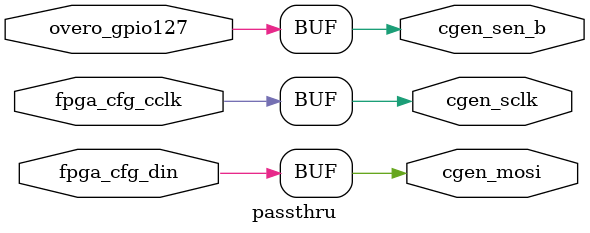
<source format=v>
`timescale 1ns / 1ps

module passthru
  (input overo_gpio127,
   output cgen_sclk,
   output cgen_sen_b,
   output cgen_mosi,
   input fpga_cfg_din,
   input fpga_cfg_cclk
   );
   
   assign cgen_sclk = fpga_cfg_cclk;
   assign cgen_sen_b = overo_gpio127;
   assign cgen_mosi = fpga_cfg_din;
   
   
endmodule // passthru

</source>
